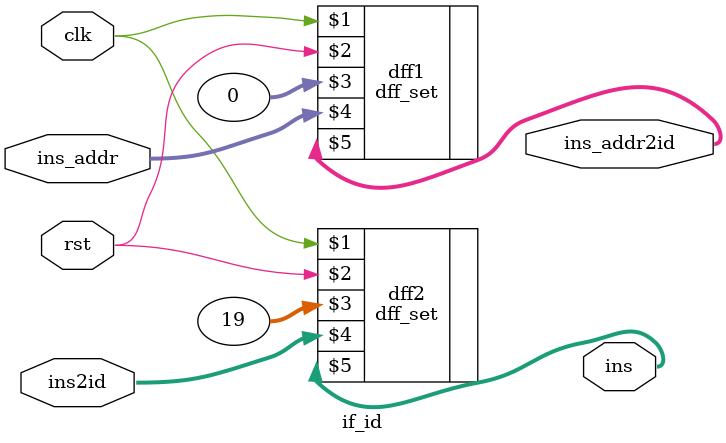
<source format=v>
module if_id(
	input wire clk,
	input wire rst,
	input wire [31:0] ins2id,
	input wire [31:0] ins_addr,
	output wire [31:0] ins_addr2id,
	output wire [31:0] ins
);
	dff_set #(32) dff1(clk, rst, 32'b0, ins_addr, ins_addr2id); 
	dff_set #(32) dff2(clk, rst, 32'h13, ins2id, ins);  //32'h13 is the ins for NOP

endmodule
</source>
